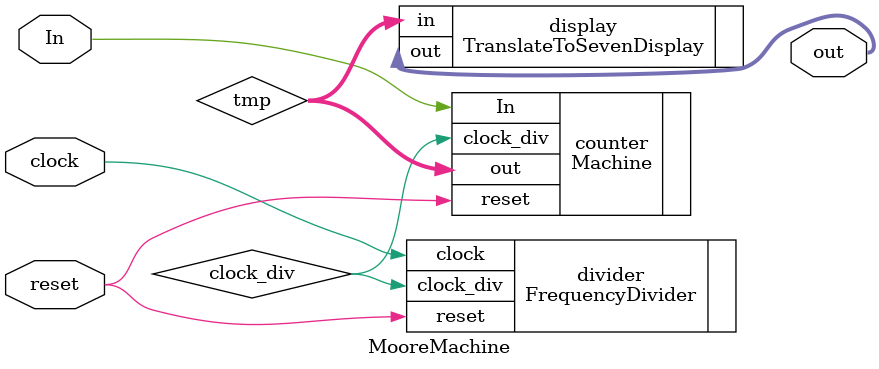
<source format=v>

module MooreMachine(clock, reset, In, out);
	
	input clock;    		// MAX10_CLK1_50
	input reset;    		// SW0
	input In;  				// SW1
	output [6:0] out;    // HEX06 ~ HEX00
	
	wire clock_div;
	wire [3:0] tmp;
	
	
	FrequencyDivider			divider(.clock(clock), .reset(reset), .clock_div(clock_div));
	Machine						counter(.clock_div(clock_div), .reset(reset), .In(In), .out(tmp));
	TranslateToSevenDisplay	display(.in(tmp), .out(out));


endmodule

</source>
